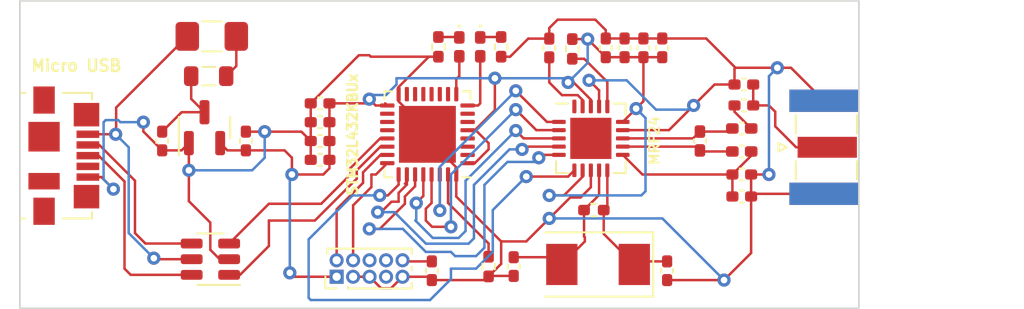
<source format=kicad_pcb>
(kicad_pcb (version 20221018) (generator pcbnew)
  (layers (0 "F.Cu" signal) (31 "B.Cu" signal) (34 "B.Paste" user) (35 "F.Paste" user) (36 "B.SilkS" user "B.Silkscreen") (37 "F.SilkS" user "F.Silkscreen") (38 "B.Mask" user) (39 "F.Mask" user) (44 "Edge.Cuts" user))
  (net 0 "")
  (net 1 "Net-(U2-VI)")
  (net 2 "GND")
  (net 3 "+3.3V")
  (net 4 "Net-(U4-DVDD)")
  (net 5 "/HRF_XC1")
  (net 6 "/HRF_XC2")
  (net 7 "Net-(J2-In)")
  (net 8 "Net-(C15-Pad1)")
  (net 9 "/HRF_VDD_PA")
  (net 10 "Net-(J3-Pin_10)")
  (net 11 "Net-(D1-K)")
  (net 12 "Net-(D1-A)")
  (net 13 "Net-(D2-K)")
  (net 14 "Net-(D2-A)")
  (net 15 "+5V")
  (net 16 "Net-(F1-Pad2)")
  (net 17 "/USB_CON_D-")
  (net 18 "/USB_CON_D+")
  (net 21 "/SWDIO")
  (net 22 "/SWCLK")
  (net 26 "/HRF_ANT2")
  (net 27 "/HRF_ANT1")
  (net 28 "Net-(U1-PH3)")
  (net 29 "Net-(U4-IREF)")
  (net 44 "/D-")
  (net 45 "/D+")
  (net 46 "/HRF_IRQ")
  (net 47 "/SPI3_MOSI")
  (net 48 "/SPI3_MISO")
  (net 49 "/SPI3_SCK")
  (net 50 "/SPI3_ICS")
  (net 51 "/HRF_CE")
  (footprint "Resistor_SMD:R_0402_1005Metric_Pad0.72x0.64mm_HandSolder" (layer "F.Cu") (at 194.859 75.819 180)
    (fp_text reference "R5" hide)
    (fp_text value "1M" hide)
  )
  (footprint "Inductor_SMD:L_0402_1005Metric_Pad0.77x0.64mm_HandSolder" (layer "F.Cu") (at 201.295 71.628 -90)
    (fp_text reference "L1" hide)
    (fp_text value "8.2n" hide)
  )
  (footprint "Capacitor_SMD:C_0402_1005Metric_Pad0.74x0.62mm_HandSolder" (layer "F.Cu") (at 178.2405 69.342 180)
    (fp_text reference "C3" hide)
    (fp_text value "1U" hide)
  )
  (footprint "LED_SMD:LED_0402_1005Metric_Pad0.77x0.64mm_HandSolder" (layer "F.Cu") (at 186.69 65.913 -90)
    (fp_text reference "D1" hide)
    (fp_text value "LED" hide)
  )
  (footprint "Capacitor_SMD:C_0402_1005Metric_Pad0.74x0.62mm_HandSolder" (layer "F.Cu") (at 189.992 79.248 -90)
    (fp_text reference "C13" hide)
    (fp_text value "12p" hide)
  )
  (footprint "Package_DFN_QFN:QFN-20-1EP_4x4mm_P0.5mm_EP2.5x2.5mm" (layer "F.Cu") (at 194.675 71.4685)
    (fp_text reference "U4" hide)
    (fp_text value "nRF24L01P" hide)
  )
  (footprint "Capacitor_SMD:C_0402_1005Metric_Pad0.74x0.62mm_HandSolder" (layer "F.Cu") (at 199.304 79.502 -90)
    (fp_text reference "C12" hide)
    (fp_text value "12p" hide)
  )
  (footprint "Capacitor_SMD:C_0402_1005Metric_Pad0.74x0.62mm_HandSolder" (layer "F.Cu") (at 203.835 73.66)
    (fp_text reference "C16" hide)
    (fp_text value "4.7p" hide)
  )
  (footprint "Capacitor_SMD:C_0402_1005Metric_Pad0.74x0.62mm_HandSolder" (layer "F.Cu") (at 192.151 65.9805 90)
    (fp_text reference "C7" hide)
    (fp_text value "33n" hide)
  )
  (footprint "LED_SMD:LED_0402_1005Metric_Pad0.77x0.64mm_HandSolder" (layer "F.Cu") (at 187.96 65.913 -90)
    (fp_text reference "D2" hide)
    (fp_text value "LED" hide)
  )
  (footprint "Capacitor_SMD:C_0402_1005Metric_Pad0.74x0.62mm_HandSolder" (layer "F.Cu") (at 195.58 65.9725 90)
    (fp_text reference "C8" hide)
    (fp_text value "10n" hide)
  )
  (footprint "Capacitor_SMD:C_0402_1005Metric_Pad0.74x0.62mm_HandSolder" (layer "F.Cu") (at 185.023 79.502 -90)
    (fp_text reference "C18" hide)
    (fp_text value "100n" hide)
  )
  (footprint "Resistor_SMD:R_0402_1005Metric_Pad0.72x0.64mm_HandSolder" (layer "F.Cu") (at 193.548 66.04 -90)
    (fp_text reference "R4" hide)
    (fp_text value "22k" hide)
  )
  (footprint "Inductor_SMD:L_0805_2012Metric" (layer "F.Cu") (at 171.4795 67.691 180)
    (fp_text reference "FB1" hide)
    (fp_text value "100MHZ" hide)
  )
  (footprint "Capacitor_SMD:C_0402_1005Metric_Pad0.74x0.62mm_HandSolder" (layer "F.Cu") (at 203.962 68.199 180)
    (fp_text reference "C14" hide)
    (fp_text value "1p" hide)
  )
  (footprint "Connector_USB:USB_Micro-B_Molex_47346-0001" (layer "F.Cu") (at 162.687 72.517 -90)
    (fp_text reference "J1" hide)
    (fp_text value "Micro USB")
  )
  (footprint "Resistor_SMD:R_0402_1005Metric_Pad0.72x0.64mm_HandSolder" (layer "F.Cu") (at 188.468 79.248 -90)
    (fp_text reference "R3" hide)
    (fp_text value "10K" hide)
  )
  (footprint "Package_TO_SOT_SMD:SOT-23-6" (layer "F.Cu") (at 171.5825 78.801 180)
    (fp_text reference "U3" hide)
    (fp_text value "USBLC6-2SC6" hide)
  )
  (footprint "Capacitor_SMD:C_0402_1005Metric_Pad0.74x0.62mm_HandSolder" (layer "F.Cu") (at 173.736 71.628 90)
    (fp_text reference "C2" hide)
    (fp_text value "10u" hide)
  )
  (footprint "Capacitor_SMD:C_0402_1005Metric_Pad0.74x0.62mm_HandSolder" (layer "F.Cu") (at 196.723 65.9725 90)
    (fp_text reference "C9" hide)
    (fp_text value "10n" hide)
  )
  (footprint "Inductor_SMD:L_0402_1005Metric_Pad0.77x0.64mm_HandSolder" (layer "F.Cu") (at 203.835 72.263)
    (fp_text reference "L3" hide)
    (fp_text value "2.7n" hide)
  )
  (footprint "Capacitor_SMD:C_0402_1005Metric_Pad0.74x0.62mm_HandSolder" (layer "F.Cu") (at 203.962 69.469)
    (fp_text reference "C15" hide)
    (fp_text value "1.5p" hide)
  )
  (footprint "Package_DFN_QFN:QFN-32-1EP_5x5mm_P0.5mm_EP3.45x3.45mm" (layer "F.Cu") (at 184.757 71.2225 180)
    (fp_text reference "U1" hide)
    (fp_text value "STM32L432KBUx")
  )
  (footprint "Capacitor_SMD:C_0402_1005Metric_Pad0.74x0.62mm_HandSolder" (layer "F.Cu") (at 178.2405 72.771 180)
    (fp_text reference "C6" hide)
    (fp_text value "100N" hide)
  )
  (footprint "Crystal:Crystal_SMD_0603-2Pin_6.0x3.5mm" (layer "F.Cu") (at 195.113 79.121 180)
    (fp_text reference "Y1" hide)
    (fp_text value "16MHz" hide)
  )
  (footprint "Capacitor_SMD:C_0402_1005Metric_Pad0.74x0.62mm_HandSolder" (layer "F.Cu") (at 203.835 74.995)
    (fp_text reference "C17" hide)
    (fp_text value "2.2n" hide)
  )
  (footprint "Resistor_SMD:R_0402_1005Metric_Pad0.72x0.64mm_HandSolder" (layer "F.Cu") (at 185.42 65.913 -90)
    (fp_text reference "R1" hide)
    (fp_text value "2.2K" hide)
  )
  (footprint "Capacitor_SMD:C_0402_1005Metric_Pad0.74x0.62mm_HandSolder" (layer "F.Cu") (at 197.866 65.9725 90)
    (fp_text reference "C10" hide)
    (fp_text value "10n" hide)
  )
  (footprint "Fuse:Fuse_1206_3216Metric_Pad1.42x1.75mm_HandSolder" (layer "F.Cu") (at 171.6675 65.278)
    (fp_text reference "F1" hide)
    (fp_text value "100mA" hide)
  )
  (footprint "Inductor_SMD:L_0402_1005Metric_Pad0.77x0.64mm_HandSolder" (layer "F.Cu") (at 203.835 70.866)
    (fp_text reference "L2" hide)
    (fp_text value "3.3n" hide)
  )
  (footprint "Capacitor_SMD:C_0402_1005Metric_Pad0.74x0.62mm_HandSolder" (layer "F.Cu") (at 199.009 65.9725 90)
    (fp_text reference "C11" hide)
    (fp_text value "10n" hide)
  )
  (footprint "Capacitor_SMD:C_0402_1005Metric_Pad0.74x0.62mm_HandSolder" (layer "F.Cu") (at 178.2405 71.628 180)
    (fp_text reference "C5" hide)
    (fp_text value "100N" hide)
  )
  (footprint "Resistor_SMD:R_0402_1005Metric_Pad0.72x0.64mm_HandSolder" (layer "F.Cu") (at 189.23 65.913 -90)
    (fp_text reference "R2" hide)
    (fp_text value "2.2K" hide)
  )
  (footprint "Package_TO_SOT_SMD:SOT-23" (layer "F.Cu") (at 171.2255 70.8175 90)
    (fp_text reference "U2" hide)
    (fp_text value "XC6206PxxxMR" hide)
  )
  (footprint "Connector_Coaxial:SMA_Samtec_SMA-J-P-X-ST-EM1_EdgeMount" (layer "F.Cu") (at 208.8245 72.009 90)
    (fp_text reference "J2" hide)
    (fp_text value "Conn_Coaxial" hide)
  )
  (footprint "Connector_PinHeader_1.00mm:PinHeader_2x05_P1.00mm_Vertical" (layer "F.Cu") (at 179.245 79.867 90)
    (fp_text reference "J3" hide)
    (fp_text value "Conn_02x05_Odd_Even" hide)
  )
  (footprint "Capacitor_SMD:C_0402_1005Metric_Pad0.74x0.62mm_HandSolder" (layer "F.Cu") (at 178.2405 70.485 180)
    (fp_text reference "C4" hide)
    (fp_text value "100N" hide)
  )
  (footprint "Capacitor_SMD:C_0402_1005Metric_Pad0.74x0.62mm_HandSolder" (layer "F.Cu") (at 168.656 71.628 -90)
    (fp_text reference "C1" hide)
    (fp_text value "10u" hide)
  )
  (gr_rect (start 160.02 63.119) (end 210.947 81.788) (stroke (width 0.1)) (fill none) (layer "Edge.Cuts"))
  (gr_text "MRF24" (at 198.882 73.152 90) (layer "F.SilkS") (effects (font (size 0.6 0.6) (thickness 0.12) bold) (justify left bottom)))
  (segment (start 168.656 71.0605) (end 169.8365 69.88) (width 0.15) (layer "F.Cu") (net 1))
  (segment (start 170.417 67.691) (end 170.417 69.0715) (width 0.15) (layer "F.Cu") (net 1))
  (segment (start 170.417 69.0715) (end 171.2255 69.88) (width 0.15) (layer "F.Cu") (net 1))
  (segment (start 169.8365 69.88) (end 171.2255 69.88) (width 0.15) (layer "F.Cu") (net 1))
  (segment (start 184.8205 79.867) (end 185.023 80.0695) (width 0.15) (layer "F.Cu") (net 2))
  (segment (start 204.4025 73.66) (end 205.486 73.66) (width 0.15) (layer "F.Cu") (net 2))
  (segment (start 188.244 80.0695) (end 188.468 79.8455) (width 0.15) (layer "F.Cu") (net 2))
  (segment (start 177.673 69.342) (end 180.594 66.421) (width 0.15) (layer "F.Cu") (net 2))
  (segment (start 181.945 80.567) (end 181.245 79.867) (width 0.15) (layer "F.Cu") (net 2))
  (segment (start 193.421 75.057) (end 192.151 76.327) (width 0.15) (layer "F.Cu") (net 2))
  (segment (start 164.9635 73.817) (end 165.6955 74.549) (width 0.15) (layer "F.Cu") (net 2))
  (segment (start 199.009 65.405) (end 201.676 65.405) (width 0.15) (layer "F.Cu") (net 2))
  (segment (start 195.58 65.405) (end 195.58 64.897) (width 0.15) (layer "F.Cu") (net 2))
  (segment (start 199.4145 70.9685) (end 200.914 69.469) (width 0.15) (layer "F.Cu") (net 2))
  (segment (start 185.023 80.0695) (end 188.244 80.0695) (width 0.15) (layer "F.Cu") (net 2))
  (segment (start 177.673 70.485) (end 177.673 71.628) (width 0.15) (layer "F.Cu") (net 2))
  (segment (start 172.146 78.801) (end 171.577 78.232) (width 0.15) (layer "F.Cu") (net 2))
  (segment (start 206.8235 67.183) (end 205.994 67.183) (width 0.15) (layer "F.Cu") (net 2))
  (segment (start 195.58 64.897) (end 194.945 64.262) (width 0.15) (layer "F.Cu") (net 2))
  (segment (start 195.58 65.405) (end 196.723 65.405) (width 0.15) (layer "F.Cu") (net 2))
  (segment (start 194.675 73.406) (end 194.675 74.432818) (width 0.15) (layer "F.Cu") (net 2))
  (segment (start 200.914 69.469) (end 202.184 68.199) (width 0.15) (layer "F.Cu") (net 2))
  (segment (start 189.992 79.8155) (end 188.498 79.8155) (width 0.15) (layer "F.Cu") (net 2))
  (segment (start 202.184 68.199) (end 203.3945 68.199) (width 0.15) (layer "F.Cu") (net 2))
  (segment (start 192.151 64.77) (end 192.151 65.413) (width 0.15) (layer "F.Cu") (net 2))
  (segment (start 192.659 64.262) (end 192.151 64.77) (width 0.15) (layer "F.Cu") (net 2))
  (segment (start 195.175 68.556) (end 194.564 67.945) (width 0.15) (layer "F.Cu") (net 2))
  (segment (start 196.6125 70.9685) (end 199.4145 70.9685) (width 0.15) (layer "F.Cu") (net 2))
  (segment (start 194.050818 75.057) (end 193.421 75.057) (width 0.15) (layer "F.Cu") (net 2))
  (segment (start 199.304 80.0695) (end 202.7595 80.0695) (width 0.15) (layer "F.Cu") (net 2))
  (segment (start 203.454 67.183) (end 203.3945 67.2425) (width 0.15) (layer "F.Cu") (net 2))
  (segment (start 186.507 73.66) (end 186.507 73.2225) (width 0.15) (layer "F.Cu") (net 2))
  (segment (start 208.8245 69.184) (end 206.8235 67.183) (width 0.15) (layer "F.Cu") (net 2))
  (segment (start 194.945 64.262) (end 192.659 64.262) (width 0.15) (layer "F.Cu") (net 2))
  (segment (start 196.723 65.405) (end 197.866 65.405) (width 0.15) (layer "F.Cu") (net 2))
  (segment (start 205.994 67.183) (end 203.454 67.183) (width 0.15) (layer "F.Cu") (net 2))
  (segment (start 189.23 79.0835) (end 189.23 77.724) (width 0.15) (layer "F.Cu") (net 2))
  (segment (start 183.007 69.2225) (end 184.757 70.9725) (width 0.15) (layer "F.Cu") (net 2))
  (segment (start 177.673 71.628) (end 177.673 72.771) (width 0.15) (layer "F.Cu") (net 2))
  (segment (start 188.468 79.8455) (end 189.23 79.0835) (width 0.15) (layer "F.Cu") (net 2))
  (segment (start 188.498 79.8155) (end 188.468 79.8455) (width 0.15) (layer "F.Cu") (net 2))
  (segment (start 183.245 79.867) (end 182.545 80.567) (width 0.15) (layer "F.Cu") (net 2))
  (segment (start 168.656 72.1955) (end 169.835 72.1955) (width 0.15) (layer "F.Cu") (net 2))
  (segment (start 182.545 80.567) (end 181.945 80.567) (width 0.15) (layer "F.Cu") (net 2))
  (segment (start 184.757 71.4725) (end 184.757 71.2225) (width 0.15) (layer "F.Cu") (net 2))
  (segment (start 170.2755 73.406) (end 170.2755 71.755) (width 0.15) (layer "F.Cu") (net 2))
  (segment (start 171.577 78.232) (end 171.577 76.581) (width 0.15) (layer "F.Cu") (net 2))
  (segment (start 190.754 77.724) (end 189.23 77.724) (width 0.15) (layer "F.Cu") (net 2))
  (segment (start 180.594 66.421) (end 181.229 66.421) (width 0.15) (layer "F.Cu") (net 2))
  (segment (start 203.3945 67.2425) (end 203.3945 68.199) (width 0.15) (layer "F.Cu") (net 2))
  (segment (start 202.7595 80.0695) (end 204.4025 78.4265) (width 0.15) (layer "F.Cu") (net 2))
  (segment (start 189.23 77.724) (end 186.507 75.001) (width 0.15) (layer "F.Cu") (net 2))
  (segment (start 204.5635 74.834) (end 204.4025 74.995) (width 0.15) (layer "F.Cu") (net 2))
  (segment (start 192.151 76.327) (end 190.754 77.724) (width 0.15) (layer "F.Cu") (net 2))
  (segment (start 169.835 72.1955) (end 170.2755 71.755) (width 0.15) (layer "F.Cu") (net 2))
  (segment (start 180.245 79.867) (end 181.245 79.867) (width 0.15) (layer "F.Cu") (net 2))
  (segment (start 171.577 76.581) (end 170.2755 75.2795) (width 0.15) (layer "F.Cu") (net 2))
  (segment (start 183.245 79.867) (end 184.8205 79.867) (width 0.15) (layer "F.Cu") (net 2))
  (segment (start 184.757 70.9725) (end 184.757 71.2225) (width 0.15) (layer "F.Cu") (net 2))
  (segment (start 201.676 65.405) (end 203.454 67.183) (width 0.15) (layer "F.Cu") (net 2))
  (segment (start 177.673 69.342) (end 177.673 70.485) (width 0.15) (layer "F.Cu") (net 2))
  (segment (start 177.1055 71.0605) (end 177.673 71.628) (width 0.15) (layer "F.Cu") (net 2))
  (segment (start 189.23 66.5105) (end 189.7755 66.5105) (width 0.15) (layer "F.Cu") (net 2))
  (segment (start 190.881 65.405) (end 190.889 65.413) (width 0.15) (layer "F.Cu") (net 2))
  (segment (start 167.513 71.0525) (end 168.656 72.1955) (width 0.15) (layer "F.Cu") (net 2))
  (segment (start 164.147 73.817) (end 164.9635 73.817) (width 0.15) (layer "F.Cu") (net 2))
  (segment (start 204.4025 73.66) (end 204.4025 74.995) (width 0.15) (layer "F.Cu") (net 2))
  (segment (start 183.007 68.3475) (end 183.007 68.785) (width 0.15) (layer "F.Cu") (net 2))
  (segment (start 167.513 70.485) (end 167.513 71.0525) (width 0.15) (layer "F.Cu") (net 2))
  (segment (start 204.4025 78.4265) (end 204.4025 74.995) (width 0.15) (layer "F.Cu") (net 2))
  (segment (start 190.889 65.413) (end 192.151 65.413) (width 0.15) (layer "F.Cu") (net 2))
  (segment (start 183.007 68.785) (end 183.007 69.2225) (width 0.15) (layer "F.Cu") (net 2))
  (segment (start 186.507 75.001) (end 186.507 73.66) (width 0.15) (layer "F.Cu") (net 2))
  (segment (start 181.229 66.421) (end 181.3185 66.5105) (width 0.15) (layer "F.Cu") (net 2))
  (segment (start 174.879 71.0605) (end 177.1055 71.0605) (width 0.15) (layer "F.Cu") (net 2))
  (segment (start 189.7755 66.5105) (end 190.881 65.405) (width 0.15) (layer "F.Cu") (net 2))
  (segment (start 194.675 74.432818) (end 194.050818 75.057) (width 0.15) (layer "F.Cu") (net 2))
  (segment (start 181.3185 66.5105) (end 185.42 66.5105) (width 0.15) (layer "F.Cu") (net 2))
  (segment (start 172.72 78.801) (end 172.146 78.801) (width 0.15) (layer "F.Cu") (net 2))
  (segment (start 208.8245 74.834) (end 204.5635 74.834) (width 0.15) (layer "F.Cu") (net 2))
  (segment (start 170.2755 75.2795) (end 170.2755 73.406) (width 0.15) (layer "F.Cu") (net 2))
  (segment (start 197.866 65.405) (end 199.009 65.405) (width 0.15) (layer "F.Cu") (net 2))
  (segment (start 195.175 69.531) (end 195.175 68.556) (width 0.15) (layer "F.Cu") (net 2))
  (segment (start 186.507 73.2225) (end 184.757 71.4725) (width 0.15) (layer "F.Cu") (net 2))
  (segment (start 184.844 66.5105) (end 183.007 68.3475) (width 0.15) (layer "F.Cu") (net 2))
  (segment (start 173.736 71.0605) (end 174.879 71.0605) (width 0.15) (layer "F.Cu") (net 2))
  (segment (start 185.42 66.5105) (end 184.844 66.5105) (width 0.15) (layer "F.Cu") (net 2))
  (via (at 167.513 70.485) (size 0.8) (drill 0.4) (layers "F.Cu" "B.Cu") (net 2))
  (via (at 192.151 76.327) (size 0.8) (drill 0.4) (layers "F.Cu" "B.Cu") (net 2))
  (via (at 202.7595 80.0695) (size 0.8) (drill 0.4) (layers "F.Cu" "B.Cu") (net 2))
  (via (at 174.879 71.0605) (size 0.8) (drill 0.4) (layers "F.Cu" "B.Cu") (net 2))
  (via (at 205.994 67.183) (size 0.8) (drill 0.4) (layers "F.Cu" "B.Cu") (net 2))
  (via (at 194.564 67.945) (size 0.8) (drill 0.4) (layers "F.Cu" "B.Cu") (net 2))
  (via (at 170.2755 73.406) (size 0.8) (drill 0.4) (layers "F.Cu" "B.Cu") (net 2))
  (via (at 200.914 69.469) (size 0.8) (drill 0.4) (layers "F.Cu" "B.Cu") (net 2))
  (via (at 205.486 73.66) (size 0.8) (drill 0.4) (layers "F.Cu" "B.Cu") (net 2))
  (via (at 165.6955 74.549) (size 0.8) (drill 0.4) (layers "F.Cu" "B.Cu") (net 2))
  (segment (start 200.66 69.723) (end 200.914 69.469) (width 0.15) (layer "B.Cu") (net 2))
  (segment (start 194.564 67.945) (end 196.85 67.945) (width 0.15) (layer "B.Cu") (net 2))
  (segment (start 202.7595 80.0695) (end 199.017 76.327) (width 0.15) (layer "B.Cu") (net 2))
  (segment (start 165.227 70.358) (end 165.989 70.358) (width 0.15) (layer "B.Cu") (net 2))
  (segment (start 165.989 70.358) (end 166.116 70.485) (width 0.15) (layer "B.Cu") (net 2))
  (segment (start 196.85 67.945) (end 198.628 69.723) (width 0.15) (layer "B.Cu") (net 2))
  (segment (start 170.2755 73.406) (end 174.117 73.406) (width 0.15) (layer "B.Cu") (net 2))
  (segment (start 205.486 67.691) (end 205.994 67.183) (width 0.15) (layer "B.Cu") (net 2))
  (segment (start 198.628 69.723) (end 200.66 69.723) (width 0.15) (layer "B.Cu") (net 2))
  (segment (start 174.117 73.406) (end 174.879 72.644) (width 0.15) (layer "B.Cu") (net 2))
  (segment (start 205.486 73.66) (end 205.486 67.691) (width 0.15) (layer "B.Cu") (net 2))
  (segment (start 165.1 73.9535) (end 165.1 70.485) (width 0.15) (layer "B.Cu") (net 2))
  (segment (start 174.879 72.644) (end 174.879 71.0605) (width 0.15) (layer "B.Cu") (net 2))
  (segment (start 165.1 70.485) (end 165.227 70.358) (width 0.15) (layer "B.Cu") (net 2))
  (segment (start 199.017 76.327) (end 192.151 76.327) (width 0.15) (layer "B.Cu") (net 2))
  (segment (start 166.116 70.485) (end 167.513 70.485) (width 0.15) (layer "B.Cu") (net 2))
  (segment (start 165.6955 74.549) (end 165.1 73.9535) (width 0.15) (layer "B.Cu") (net 2))
  (segment (start 188.849 69.7555) (end 188.849 69.088) (width 0.15) (layer "F.Cu") (net 3))
  (segment (start 176.0815 72.1955) (end 176.53 72.644) (width 0.15) (layer "F.Cu") (net 3))
  (segment (start 194.175 73.406) (end 194.175 73.795798) (width 0.15) (layer "F.Cu") (net 3))
  (segment (start 187.1945 70.9725) (end 187.632 70.9725) (width 0.15) (layer "F.Cu") (net 3))
  (segment (start 197.866 69.215) (end 197.866 66.54) (width 0.15) (layer "F.Cu") (net 3))
  (segment (start 178.435 73.66) (end 178.808 73.287) (width 0.15) (layer "F.Cu") (net 3))
  (segment (start 194.175 73.795798) (end 193.040798 74.93) (width 0.15) (layer "F.Cu") (net 3))
  (segment (start 181.6135 69.4725) (end 181.229 69.088) (width 0.15) (layer "F.Cu") (net 3))
  (segment (start 173.736 72.1955) (end 172.616 72.1955) (width 0.15) (layer "F.Cu") (net 3))
  (segment (start 176.53 73.66) (end 178.435 73.66) (width 0.15) (layer "F.Cu") (net 3))
  (segment (start 197.866 66.54) (end 199.009 66.54) (width 0.15) (layer "F.Cu") (net 3))
  (segment (start 197.4215 69.6595) (end 197.866 69.215) (width 0.15) (layer "F.Cu") (net 3))
  (segment (start 188.468 72.1365) (end 188.468 71.755) (width 0.15) (layer "F.Cu") (net 3))
  (segment (start 182.189 69.342) (end 182.3195 69.4725) (width 0.15) (layer "F.Cu") (net 3))
  (segment (start 196.6125 70.4685) (end 197.4215 69.6595) (width 0.15) (layer "F.Cu") (net 3))
  (segment (start 178.808 69.342) (end 178.808 70.485) (width 0.15) (layer "F.Cu") (net 3))
  (segment (start 179.245 79.867) (end 176.641 79.867) (width 0.15) (layer "F.Cu") (net 3))
  (segment (start 196.723 66.54) (end 197.866 66.54) (width 0.15) (layer "F.Cu") (net 3))
  (segment (start 193.6285 68.072) (end 193.294 68.072) (width 0.15) (layer "F.Cu") (net 3))
  (segment (start 176.641 79.867) (end 176.403 79.629) (width 0.15) (layer "F.Cu") (net 3))
  (segment (start 195.58 66.54) (end 196.723 66.54) (width 0.15) (layer "F.Cu") (net 3))
  (segment (start 187.632 70.9725) (end 188.849 69.7555) (width 0.15) (layer "F.Cu") (net 3))
  (segment (start 194.675 69.1185) (end 193.6285 68.072) (width 0.15) (layer "F.Cu") (net 3))
  (segment (start 173.736 72.1955) (end 176.0815 72.1955) (width 0.15) (layer "F.Cu") (net 3))
  (segment (start 180.975 69.342) (end 181.229 69.088) (width 0.15) (layer "F.Cu") (net 3))
  (segment (start 178.808 70.485) (end 178.808 71.628) (width 0.15) (layer "F.Cu") (net 3))
  (segment (start 187.1945 72.9725) (end 187.632 72.9725) (width 0.15) (layer "F.Cu") (net 3))
  (segment (start 193.548 65.4425) (end 194.4825 65.4425) (width 0.15) (layer "F.Cu") (net 3))
  (segment (start 172.616 72.1955) (end 172.1755 71.755) (width 0.15) (layer "F.Cu") (net 3))
  (segment (start 194.675 69.531) (end 194.675 69.1185) (width 0.15) (layer "F.Cu") (net 3))
  (segment (start 178.808 69.342) (end 180.975 69.342) (width 0.15) (layer "F.Cu") (net 3))
  (segment (start 178.808 73.287) (end 178.808 72.771) (width 0.15) (layer "F.Cu") (net 3))
  (segment (start 187.6855 70.9725) (end 187.1945 70.9725) (width 0.15) (layer "F.Cu") (net 3))
  (segment (start 187.632 72.9725) (end 188.468 72.1365) (width 0.15) (layer "F.Cu") (net 3))
  (segment (start 194.4825 65.4425) (end 195.58 66.54) (width 0.15) (layer "F.Cu") (net 3))
  (segment (start 182.3195 69.4725) (end 181.6135 69.4725) (width 0.15) (layer "F.Cu") (net 3))
  (segment (start 188.849 69.088) (end 188.849 67.818) (width 0.15) (layer "F.Cu") (net 3))
  (segment (start 193.040798 74.93) (end 192.151 74.93) (width 0.15) (layer "F.Cu") (net 3))
  (segment (start 188.468 71.755) (end 187.6855 70.9725) (width 0.15) (layer "F.Cu") (net 3))
  (segment (start 176.53 72.644) (end 176.53 73.66) (width 0.15) (layer "F.Cu") (net 3))
  (segment (start 178.808 71.628) (end 178.808 72.771) (width 0.15) (layer "F.Cu") (net 3))
  (via (at 176.403 79.629) (size 0.8) (drill 0.4) (layers "F.Cu" "B.Cu") (net 3))
  (via (at 194.4825 65.4425) (size 0.8) (drill 0.4) (layers "F.Cu" "B.Cu") (net 3))
  (via (at 188.849 67.818) (size 0.8) (drill 0.4) (layers "F.Cu" "B.Cu") (net 3))
  (via (at 192.151 74.93) (size 0.8) (drill 0.4) (layers "F.Cu" "B.Cu") (net 3))
  (via (at 193.294 68.072) (size 0.8) (drill 0.4) (layers "F.Cu" "B.Cu") (net 3))
  (via (at 197.4215 69.6595) (size 0.8) (drill 0.4) (layers "F.Cu" "B.Cu") (net 3))
  (via (at 181.229 69.088) (size 0.8) (drill 0.4) (layers "F.Cu" "B.Cu") (net 3))
  (via (at 176.53 73.66) (size 0.8) (drill 0.4) (layers "F.Cu" "B.Cu") (net 3))
  (segment (start 181.483 68.834) (end 182.245 68.834) (width 0.15) (layer "B.Cu") (net 3))
  (segment (start 192.151 74.93) (end 197.739 74.93) (width 0.15) (layer "B.Cu") (net 3))
  (segment (start 182.88 68.199) (end 182.88 67.818) (width 0.15) (layer "B.Cu") (net 3))
  (segment (start 197.739 74.93) (end 197.993 74.676) (width 0.15) (layer "B.Cu") (net 3))
  (segment (start 188.849 67.818) (end 182.88 67.818) (width 0.15) (layer "B.Cu") (net 3))
  (segment (start 194.4825 66.8835) (end 194.4825 65.4425) (width 0.15) (layer "B.Cu") (net 3))
  (segment (start 176.403 79.629) (end 176.403 73.787) (width 0.15) (layer "B.Cu") (net 3))
  (segment (start 193.04 67.818) (end 193.294 68.072) (width 0.15) (layer "B.Cu") (net 3))
  (segment (start 176.403 73.787) (end 176.53 73.66) (width 0.15) (layer "B.Cu") (net 3))
  (segment (start 197.993 74.676) (end 197.993 70.231) (width 0.15) (layer "B.Cu") (net 3))
  (segment (start 181.229 69.088) (end 181.483 68.834) (width 0.15) (layer "B.Cu") (net 3))
  (segment (start 193.294 68.072) (end 194.4825 66.8835) (width 0.15) (layer "B.Cu") (net 3))
  (segment (start 182.245 68.834) (end 182.88 68.199) (width 0.15) (layer "B.Cu") (net 3))
  (segment (start 188.849 67.818) (end 193.04 67.818) (width 0.15) (layer "B.Cu") (net 3))
  (segment (start 197.993 70.231) (end 197.4215 69.6595) (width 0.15) (layer "B.Cu") (net 3))
  (segment (start 193.877298 68.8435) (end 194.175 69.141202) (width 0.15) (layer "F.Cu") (net 4))
  (segment (start 192.9225 68.8435) (end 193.877298 68.8435) (width 0.15) (layer "F.Cu") (net 4))
  (segment (start 192.151 68.072) (end 192.9225 68.8435) (width 0.15) (layer "F.Cu") (net 4))
  (segment (start 192.151 66.548) (end 192.151 68.072) (width 0.15) (layer "F.Cu") (net 4))
  (segment (start 194.175 69.141202) (end 194.175 69.531) (width 0.15) (layer "F.Cu") (net 4))
  (segment (start 195.675 73.406) (end 195.675 75.6005) (width 0.15) (layer "F.Cu") (net 5))
  (segment (start 195.675 75.6005) (end 195.4565 75.819) (width 0.15) (layer "F.Cu") (net 5))
  (segment (start 195.4565 75.819) (end 195.4565 77.2645) (width 0.15) (layer "F.Cu") (net 5))
  (segment (start 199.304 78.9345) (end 197.4995 78.9345) (width 0.15) (layer "F.Cu") (net 5))
  (segment (start 197.4995 78.9345) (end 197.313 79.121) (width 0.15) (layer "F.Cu") (net 5))
  (segment (start 195.4565 77.2645) (end 197.313 79.121) (width 0.15) (layer "F.Cu") (net 5))
  (segment (start 192.4725 78.6805) (end 192.913 79.121) (width 0.15) (layer "F.Cu") (net 6))
  (segment (start 194.2615 75.819) (end 195.175 74.9055) (width 0.15) (layer "F.Cu") (net 6))
  (segment (start 195.175 74.9055) (end 195.175 73.406) (width 0.15) (layer "F.Cu") (net 6))
  (segment (start 189.992 78.6805) (end 192.4725 78.6805) (width 0.15) (layer "F.Cu") (net 6))
  (segment (start 194.31 77.47) (end 194.2615 77.4215) (width 0.15) (layer "F.Cu") (net 6))
  (segment (start 192.913 79.121) (end 194.31 77.724) (width 0.15) (layer "F.Cu") (net 6))
  (segment (start 194.31 77.724) (end 194.31 77.47) (width 0.15) (layer "F.Cu") (net 6))
  (segment (start 194.2615 77.4215) (end 194.2615 75.819) (width 0.15) (layer "F.Cu") (net 6))
  (segment (start 204.5295 69.469) (end 204.5295 68.199) (width 0.15) (layer "F.Cu") (net 7))
  (segment (start 205.867 69.85) (end 205.486 69.469) (width 0.15) (layer "F.Cu") (net 7))
  (segment (start 209.0245 72.009) (end 207.137 72.009) (width 0.15) (layer "F.Cu") (net 7))
  (segment (start 205.867 70.739) (end 205.867 69.85) (width 0.15) (layer "F.Cu") (net 7))
  (segment (start 207.137 72.009) (end 205.867 70.739) (width 0.15) (layer "F.Cu") (net 7))
  (segment (start 205.486 69.469) (end 204.5295 69.469) (width 0.15) (layer "F.Cu") (net 7))
  (segment (start 203.3945 69.853) (end 204.4075 70.866) (width 0.15) (layer "F.Cu") (net 8))
  (segment (start 203.3945 69.469) (end 203.3945 69.853) (width 0.15) (layer "F.Cu") (net 8))
  (segment (start 196.6125 72.4685) (end 197.804 73.66) (width 0.15) (layer "F.Cu") (net 9))
  (segment (start 203.2675 73.66) (end 203.2675 74.995) (width 0.15) (layer "F.Cu") (net 9))
  (segment (start 204.4075 72.52) (end 203.2675 73.66) (width 0.15) (layer "F.Cu") (net 9))
  (segment (start 204.4075 72.263) (end 204.4075 72.52) (width 0.15) (layer "F.Cu") (net 9))
  (segment (start 197.804 73.66) (end 203.2675 73.66) (width 0.15) (layer "F.Cu") (net 9))
  (segment (start 183.3125 78.9345) (end 183.245 78.867) (width 0.15) (layer "F.Cu") (net 10))
  (segment (start 185.023 78.9345) (end 183.3125 78.9345) (width 0.15) (layer "F.Cu") (net 10))
  (segment (start 185.42 65.3155) (end 186.665 65.3155) (width 0.15) (layer "F.Cu") (net 11))
  (segment (start 186.665 65.3155) (end 186.69 65.3405) (width 0.15) (layer "F.Cu") (net 11))
  (segment (start 186.507 67.874) (end 186.507 68.785) (width 0.15) (layer "F.Cu") (net 12))
  (segment (start 186.69 66.4855) (end 186.69 67.691) (width 0.15) (layer "F.Cu") (net 12))
  (segment (start 186.69 67.691) (end 186.507 67.874) (width 0.15) (layer "F.Cu") (net 12))
  (segment (start 187.985 65.3155) (end 187.96 65.3405) (width 0.15) (layer "F.Cu") (net 13))
  (segment (start 189.23 65.3155) (end 187.985 65.3155) (width 0.15) (layer "F.Cu") (net 13))
  (segment (start 187.96 66.4855) (end 187.96 69.342) (width 0.15) (layer "F.Cu") (net 14))
  (segment (start 187.8295 69.4725) (end 187.1945 69.4725) (width 0.15) (layer "F.Cu") (net 14))
  (segment (start 187.96 69.342) (end 187.8295 69.4725) (width 0.15) (layer "F.Cu") (net 14))
  (segment (start 165.862 71.247) (end 165.832 71.217) (width 0.15) (layer "F.Cu") (net 15))
  (segment (start 165.832 71.217) (end 164.147 71.217) (width 0.15) (layer "F.Cu") (net 15))
  (segment (start 168.209 78.801) (end 168.148 78.74) (width 0.15) (layer "F.Cu") (net 15))
  (segment (start 170.445 78.801) (end 168.209 78.801) (width 0.15) (layer "F.Cu") (net 15))
  (segment (start 170.18 65.278) (end 165.862 69.596) (width 0.15) (layer "F.Cu") (net 15))
  (segment (start 165.862 69.596) (end 165.862 71.247) (width 0.15) (layer "F.Cu") (net 15))
  (via (at 168.148 78.74) (size 0.8) (drill 0.4) (layers "F.Cu" "B.Cu") (net 15))
  (via (at 165.832 71.217) (size 0.8) (drill 0.4) (layers "F.Cu" "B.Cu") (net 15))
  (segment (start 168.148 78.74) (end 166.624 77.216) (width 0.15) (layer "B.Cu") (net 15))
  (segment (start 166.624 72.009) (end 165.832 71.217) (width 0.15) (layer "B.Cu") (net 15))
  (segment (start 166.624 77.216) (end 166.624 72.009) (width 0.15) (layer "B.Cu") (net 15))
  (segment (start 173.155 65.278) (end 173.155 67.078) (width 0.15) (layer "F.Cu") (net 16))
  (segment (start 173.155 67.078) (end 172.542 67.691) (width 0.15) (layer "F.Cu") (net 16))
  (segment (start 167.64 77.851) (end 167.005 77.216) (width 0.15) (layer "F.Cu") (net 17))
  (segment (start 164.837 71.867) (end 164.147 71.867) (width 0.15) (layer "F.Cu") (net 17))
  (segment (start 170.445 77.851) (end 167.64 77.851) (width 0.15) (layer "F.Cu") (net 17))
  (segment (start 167.005 77.216) (end 167.005 74.035) (width 0.15) (layer "F.Cu") (net 17))
  (segment (start 167.005 74.035) (end 164.837 71.867) (width 0.15) (layer "F.Cu") (net 17))
  (segment (start 166.37 74.08609) (end 166.37 79.375) (width 0.15) (layer "F.Cu") (net 18))
  (segment (start 166.746 79.751) (end 170.445 79.751) (width 0.15) (layer "F.Cu") (net 18))
  (segment (start 164.80091 72.517) (end 166.37 74.08609) (width 0.15) (layer "F.Cu") (net 18))
  (segment (start 166.37 79.375) (end 166.746 79.751) (width 0.15) (layer "F.Cu") (net 18))
  (segment (start 164.147 72.517) (end 164.80091 72.517) (width 0.15) (layer "F.Cu") (net 18))
  (segment (start 179.245 78.867) (end 179.245 75.771) (width 0.15) (layer "F.Cu") (net 21))
  (segment (start 180.848 74.168) (end 180.848 73.529202) (width 0.15) (layer "F.Cu") (net 21))
  (segment (start 181.904702 72.4725) (end 182.3195 72.4725) (width 0.15) (layer "F.Cu") (net 21))
  (segment (start 180.848 73.529202) (end 181.904702 72.4725) (width 0.15) (layer "F.Cu") (net 21))
  (segment (start 179.245 75.771) (end 180.848 74.168) (width 0.15) (layer "F.Cu") (net 21))
  (segment (start 181.356 73.66) (end 181.632 73.66) (width 0.15) (layer "F.Cu") (net 22))
  (segment (start 181.356 74.422) (end 181.356 73.66) (width 0.15) (layer "F.Cu") (net 22))
  (segment (start 181.632 73.66) (end 182.3195 72.9725) (width 0.15) (layer "F.Cu") (net 22))
  (segment (start 180.245 75.533) (end 181.356 74.422) (width 0.15) (layer "F.Cu") (net 22))
  (segment (start 180.245 78.867) (end 180.245 75.533) (width 0.15) (layer "F.Cu") (net 22))
  (segment (start 200.882 71.4685) (end 196.6125 71.4685) (width 0.15) (layer "F.Cu") (net 26))
  (segment (start 201.295 71.0555) (end 203.073 71.0555) (width 0.15) (layer "F.Cu") (net 26))
  (segment (start 203.073 71.0555) (end 203.2625 70.866) (width 0.15) (layer "F.Cu") (net 26))
  (segment (start 201.295 71.0555) (end 200.882 71.4685) (width 0.15) (layer "F.Cu") (net 26))
  (segment (start 201.3575 72.263) (end 201.295 72.2005) (width 0.15) (layer "F.Cu") (net 27))
  (segment (start 203.2625 72.263) (end 201.3575 72.263) (width 0.15) (layer "F.Cu") (net 27))
  (segment (start 201.295 72.2005) (end 201.063 71.9685) (width 0.15) (layer "F.Cu") (net 27))
  (segment (start 201.063 71.9685) (end 196.6125 71.9685) (width 0.15) (layer "F.Cu") (net 27))
  (segment (start 188.468 78.6505) (end 188.468 77.851) (width 0.15) (layer "F.Cu") (net 28))
  (segment (start 188.468 77.851) (end 186.007 75.39) (width 0.15) (layer "F.Cu") (net 28))
  (segment (start 186.007 75.39) (end 186.007 73.66) (width 0.15) (layer "F.Cu") (net 28))
  (segment (start 194.2725 66.6375) (end 195.675 68.04) (width 0.15) (layer "F.Cu") (net 29))
  (segment (start 195.675 68.04) (end 195.675 69.531) (width 0.15) (layer "F.Cu") (net 29))
  (segment (start 193.548 66.6375) (end 194.2725 66.6375) (width 0.15) (layer "F.Cu") (net 29))
  (segment (start 181.882 71.4725) (end 182.3195 71.4725) (width 0.15) (layer "F.Cu") (net 44))
  (segment (start 180.086 73.2685) (end 181.882 71.4725) (width 0.15) (layer "F.Cu") (net 44))
  (segment (start 175.133 75.438) (end 178.308 75.438) (width 0.15) (layer "F.Cu") (net 44))
  (segment (start 172.72 77.851) (end 175.133 75.438) (width 0.15) (layer "F.Cu") (net 44))
  (segment (start 178.308 75.438) (end 180.086 73.66) (width 0.15) (layer "F.Cu") (net 44))
  (segment (start 180.086 73.66) (end 180.086 73.2685) (width 0.15) (layer "F.Cu") (net 44))
  (segment (start 180.467 73.914) (end 180.467 73.406) (width 0.15) (layer "F.Cu") (net 45))
  (segment (start 181.9005 71.9725) (end 182.3195 71.9725) (width 0.15) (layer "F.Cu") (net 45))
  (segment (start 173.3825 79.751) (end 175.133 78.0005) (width 0.15) (layer "F.Cu") (net 45))
  (segment (start 180.467 73.406) (end 181.9005 71.9725) (width 0.15) (layer "F.Cu") (net 45))
  (segment (start 175.133 76.454) (end 177.927 76.454) (width 0.15) (layer "F.Cu") (net 45))
  (segment (start 177.927 76.454) (end 180.467 73.914) (width 0.15) (layer "F.Cu") (net 45))
  (segment (start 175.133 78.0005) (end 175.133 76.454) (width 0.15) (layer "F.Cu") (net 45))
  (segment (start 172.72 79.751) (end 173.3825 79.751) (width 0.15) (layer "F.Cu") (net 45))
  (segment (start 181.864 74.93) (end 182.356823 74.93) (width 0.15) (layer "F.Cu") (net 46))
  (segment (start 182.356823 74.93) (end 183.007 74.279823) (width 0.15) (layer "F.Cu") (net 46))
  (segment (start 183.007 74.279823) (end 183.007 73.66) (width 0.15) (layer "F.Cu") (net 46))
  (segment (start 193.294 73.787) (end 190.754 73.787) (width 0.15) (layer "F.Cu") (net 46))
  (segment (start 193.675 73.406) (end 193.294 73.787) (width 0.15) (layer "F.Cu") (net 46))
  (via (at 181.864 74.93) (size 0.8) (drill 0.4) (layers "F.Cu" "B.Cu") (net 46))
  (via (at 190.754 73.787) (size 0.8) (drill 0.4) (layers "F.Cu" "B.Cu") (net 46))
  (segment (start 180.213 74.93) (end 181.864 74.93) (width 0.15) (layer "B.Cu") (net 46))
  (segment (start 186.182 80.01) (end 184.912 81.28) (width 0.15) (layer "B.Cu") (net 46))
  (segment (start 177.546 77.597) (end 177.927 77.216) (width 0.15) (layer "B.Cu") (net 46))
  (segment (start 186.182 79.375) (end 186.182 80.01) (width 0.15) (layer "B.Cu") (net 46))
  (segment (start 184.912 81.28) (end 177.673 81.28) (width 0.15) (layer "B.Cu") (net 46))
  (segment (start 177.546 81.153) (end 177.546 77.597) (width 0.15) (layer "B.Cu") (net 46))
  (segment (start 187.96 79.121) (end 187.706 79.375) (width 0.15) (layer "B.Cu") (net 46))
  (segment (start 187.706 79.375) (end 186.182 79.375) (width 0.15) (layer "B.Cu") (net 46))
  (segment (start 177.927 77.216) (end 180.213 74.93) (width 0.15) (layer "B.Cu") (net 46))
  (segment (start 188.722 78.359) (end 187.96 79.121) (width 0.15) (layer "B.Cu") (net 46))
  (segment (start 177.673 81.28) (end 177.546 81.153) (width 0.15) (layer "B.Cu") (net 46))
  (segment (start 190.754 73.787) (end 188.722 75.819) (width 0.15) (layer "B.Cu") (net 46))
  (segment (start 188.722 75.819) (end 188.722 78.359) (width 0.15) (layer "B.Cu") (net 46))
  (segment (start 190.6675 71.9685) (end 192.7375 71.9685) (width 0.15) (layer "F.Cu") (net 47))
  (segment (start 183.507 73.66) (end 183.507 74.0975) (width 0.15) (layer "F.Cu") (net 47))
  (segment (start 183.007 75.311) (end 183.007 74.774798) (width 0.15) (layer "F.Cu") (net 47))
  (segment (start 183.007 74.774798) (end 183.507 74.274798) (width 0.15) (layer "F.Cu") (net 47))
  (segment (start 182.575824 75.311) (end 183.007 75.311) (width 0.15) (layer "F.Cu") (net 47))
  (segment (start 183.507 74.0975) (end 183.388 74.2165) (width 0.15) (layer "F.Cu") (net 47))
  (segment (start 183.507 74.274798) (end 183.507 73.66) (width 0.15) (layer "F.Cu") (net 47))
  (segment (start 181.737 75.946) (end 181.940824 75.946) (width 0.15) (layer "F.Cu") (net 47))
  (segment (start 190.5 72.136) (end 190.6675 71.9685) (width 0.15) (layer "F.Cu") (net 47))
  (segment (start 181.940824 75.946) (end 182.575824 75.311) (width 0.15) (layer "F.Cu") (net 47))
  (via (at 190.5 72.136) (size 0.8) (drill 0.4) (layers "F.Cu" "B.Cu") (net 47))
  (via (at 181.737 75.946) (size 0.8) (drill 0.4) (layers "F.Cu" "B.Cu") (net 47))
  (segment (start 184.667 77.86) (end 183.261 76.454) (width 0.15) (layer "B.Cu") (net 47))
  (segment (start 187.253888 77.86) (end 184.667 77.86) (width 0.15) (layer "B.Cu") (net 47))
  (segment (start 187.579 74.295) (end 189.738 72.136) (width 0.15) (layer "B.Cu") (net 47))
  (segment (start 187.30186 77.812028) (end 187.253888 77.86) (width 0.15) (layer "B.Cu") (net 47))
  (segment (start 187.30186 77.812028) (end 187.579 77.534888) (width 0.15) (layer "B.Cu") (net 47))
  (segment (start 187.579 77.534888) (end 187.579 74.295) (width 0.15) (layer "B.Cu") (net 47))
  (segment (start 182.753 75.946) (end 181.737 75.946) (width 0.15) (layer "B.Cu") (net 47))
  (segment (start 183.261 76.454) (end 182.753 75.946) (width 0.15) (layer "B.Cu") (net 47))
  (segment (start 189.738 72.136) (end 190.5 72.136) (width 0.15) (layer "B.Cu") (net 47))
  (segment (start 184.007 74.374798) (end 183.388 74.993798) (width 0.15) (layer "F.Cu") (net 48))
  (segment (start 181.864 76.962) (end 181.229 76.962) (width 0.15) (layer "F.Cu") (net 48))
  (segment (start 184.007 73.66) (end 184.007 74.374798) (width 0.15) (layer "F.Cu") (net 48))
  (segment (start 192.7375 72.4685) (end 191.6915 72.4685) (width 0.15) (layer "F.Cu") (net 48))
  (segment (start 183.388 75.438) (end 181.864 76.962) (width 0.15) (layer "F.Cu") (net 48))
  (segment (start 183.388 74.993798) (end 183.388 75.438) (width 0.15) (layer "F.Cu") (net 48))
  (segment (start 191.6915 72.4685) (end 191.516 72.644) (width 0.15) (layer "F.Cu") (net 48))
  (via (at 181.229 76.962) (size 0.8) (drill 0.4) (layers "F.Cu" "B.Cu") (net 48))
  (via (at 191.516 72.644) (size 0.8) (drill 0.4) (layers "F.Cu" "B.Cu") (net 48))
  (segment (start 183.261 76.962) (end 181.229 76.962) (width 0.15) (layer "B.Cu") (net 48))
  (segment (start 188.214 78.105) (end 187.706 78.613) (width 0.15) (layer "B.Cu") (net 48))
  (segment (start 186.182 78.359) (end 184.658 78.359) (width 0.15) (layer "B.Cu") (net 48))
  (segment (start 191.516 72.644) (end 191.262 72.898) (width 0.15) (layer "B.Cu") (net 48))
  (segment (start 189.611 72.898) (end 188.214 74.295) (width 0.15) (layer "B.Cu") (net 48))
  (segment (start 184.658 78.359) (end 183.261 76.962) (width 0.15) (layer "B.Cu") (net 48))
  (segment (start 188.214 74.295) (end 188.214 78.105) (width 0.15) (layer "B.Cu") (net 48))
  (segment (start 186.436 78.613) (end 186.182 78.359) (width 0.15) (layer "B.Cu") (net 48))
  (segment (start 187.706 78.613) (end 186.436 78.613) (width 0.15) (layer "B.Cu") (net 48))
  (segment (start 191.262 72.898) (end 189.611 72.898) (width 0.15) (layer "B.Cu") (net 48))
  (segment (start 192.7375 71.4685) (end 190.5945 71.4685) (width 0.15) (layer "F.Cu") (net 49))
  (segment (start 190.5945 71.4685) (end 190.119 70.993) (width 0.15) (layer "F.Cu") (net 49))
  (segment (start 184.507 74.965158) (end 184.507 73.66) (width 0.15) (layer "F.Cu") (net 49))
  (segment (start 184.077159 75.394999) (end 184.507 74.965158) (width 0.15) (layer "F.Cu") (net 49))
  (via (at 184.077159 75.394999) (size 0.8) (drill 0.4) (layers "F.Cu" "B.Cu") (net 49))
  (via (at 190.119 70.993) (size 0.8) (drill 0.4) (layers "F.Cu" "B.Cu") (net 49))
  (segment (start 187.071 74.041) (end 187.071 77.089) (width 0.15) (layer "B.Cu") (net 49))
  (segment (start 185.079 77.51) (end 184.023 76.454) (width 0.15) (layer "B.Cu") (net 49))
  (segment (start 184.023 76.454) (end 184.077159 76.399841) (width 0.15) (layer "B.Cu") (net 49))
  (segment (start 184.077159 76.399841) (end 184.077159 75.394999) (width 0.15) (layer "B.Cu") (net 49))
  (segment (start 186.65 77.51) (end 185.079 77.51) (width 0.15) (layer "B.Cu") (net 49))
  (segment (start 190.119 70.993) (end 187.071 74.041) (width 0.15) (layer "B.Cu") (net 49))
  (segment (start 187.071 77.089) (end 186.65 77.51) (width 0.15) (layer "B.Cu") (net 49))
  (segment (start 191.3645 70.9685) (end 190.119 69.723) (width 0.15) (layer "F.Cu") (net 50))
  (segment (start 192.7375 70.9685) (end 191.3645 70.9685) (width 0.15) (layer "F.Cu") (net 50))
  (segment (start 184.658 75.737892) (end 184.658 76.454) (width 0.15) (layer "F.Cu") (net 50))
  (segment (start 185.039 76.835) (end 186.182 76.835) (width 0.15) (layer "F.Cu") (net 50))
  (segment (start 185.007 73.66) (end 185.007 75.388892) (width 0.15) (layer "F.Cu") (net 50))
  (segment (start 184.658 76.454) (end 185.039 76.835) (width 0.15) (layer "F.Cu") (net 50))
  (segment (start 185.007 75.388892) (end 184.658 75.737892) (width 0.15) (layer "F.Cu") (net 50))
  (via (at 190.119 69.723) (size 0.8) (drill 0.4) (layers "F.Cu" "B.Cu") (net 50))
  (via (at 186.182 76.835) (size 0.8) (drill 0.4) (layers "F.Cu" "B.Cu") (net 50))
  (segment (start 186.182 73.66) (end 186.182 76.835) (width 0.15) (layer "B.Cu") (net 50))
  (segment (start 190.119 69.723) (end 186.182 73.66) (width 0.15) (layer "B.Cu") (net 50))
  (segment (start 192.0075 70.4685) (end 190.119 68.58) (width 0.15) (layer "F.Cu") (net 51))
  (segment (start 185.507 73.66) (end 185.507 75.842753) (width 0.15) (layer "F.Cu") (net 51))
  (segment (start 192.7375 70.4685) (end 192.0075 70.4685) (width 0.15) (layer "F.Cu") (net 51))
  (segment (start 185.507 75.842753) (end 185.507367 75.84312) (width 0.15) (layer "F.Cu") (net 51))
  (via (at 185.507367 75.84312) (size 0.8) (drill 0.4) (layers "F.Cu" "B.Cu") (net 51))
  (via (at 190.119 68.58) (size 0.8) (drill 0.4) (layers "F.Cu" "B.Cu") (net 51))
  (segment (start 190.119 68.58) (end 185.507367 73.191633) (width 0.15) (layer "B.Cu") (net 51))
  (segment (start 185.507367 73.191633) (end 185.507367 75.84312) (width 0.15) (layer "B.Cu") (net 51))
)
</source>
